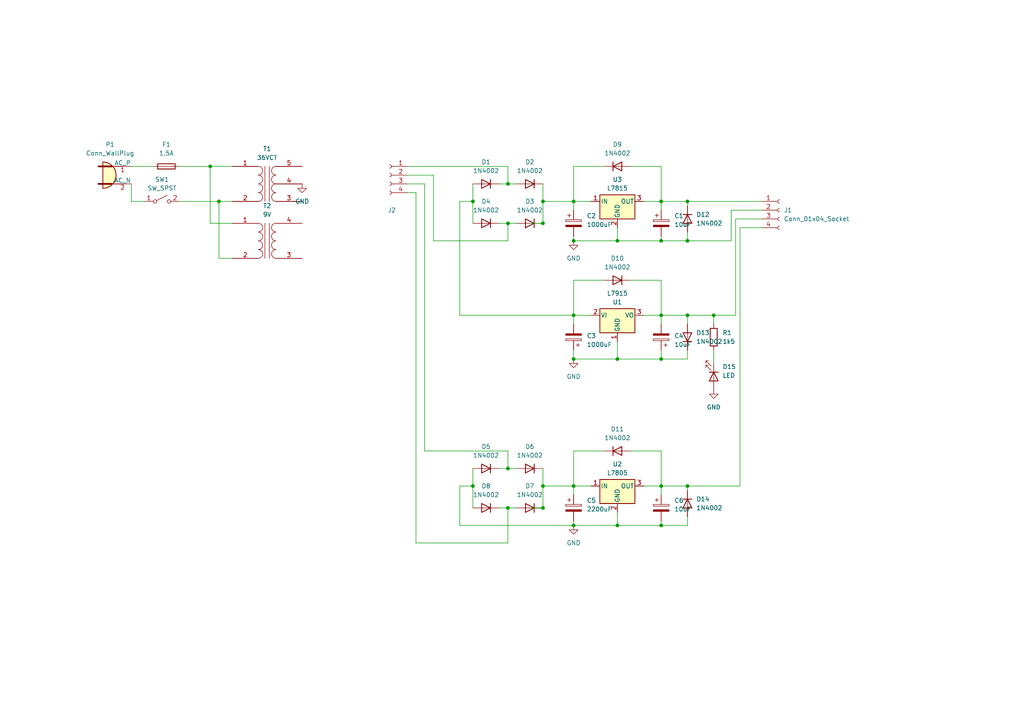
<source format=kicad_sch>
(kicad_sch (version 20231120) (generator "eeschema") (generator_version "8.0")
  (paper "A4")
  (lib_symbols
    (symbol "Connector:Conn_01x04_Socket" (pin_names (offset 1.016) hide)
      (property "Reference" "J" (at 0 5.08 0))
      (property "Value" "Conn_01x04_Socket" (at 0 -7.62 0))
      (symbol "Conn_01x04_Socket_1_1"
        (arc (start 0 -4.572) (mid -0.5058 -5.08) (end 0 -5.588) (stroke (width 0.1524)))
        (arc (start 0 -2.032) (mid -0.5058 -2.54) (end 0 -3.048) (stroke (width 0.1524)))
        (polyline (pts (xy -1.27 -5.08) (xy -0.508 -5.08)) (stroke (width 0.1524)))
        (polyline (pts (xy -1.27 -2.54) (xy -0.508 -2.54)) (stroke (width 0.1524)))
        (polyline (pts (xy -1.27 0) (xy -0.508 0)) (stroke (width 0.1524)))
        (polyline (pts (xy -1.27 2.54) (xy -0.508 2.54)) (stroke (width 0.1524)))
        (arc (start 0 0.508) (mid -0.5058 0) (end 0 -0.508) (stroke (width 0.1524)))
        (arc (start 0 3.048) (mid -0.5058 2.54) (end 0 2.032) (stroke (width 0.1524)))
        (pin passive line (at -5.08 2.54 0) (length 3.81) (name "Pin_1") (number "1"))
        (pin passive line (at -5.08 0 0) (length 3.81) (name "Pin_2") (number "2"))
        (pin passive line (at -5.08 -2.54 0) (length 3.81) (name "Pin_3") (number "3"))
        (pin passive line (at -5.08 -5.08 0) (length 3.81) (name "Pin_4") (number "4"))
      )
    )
    (symbol "Connector:Conn_WallPlug" (pin_names (offset 0))
      (property "Reference" "P" (at -1.27 4.445 0))
      (property "Value" "Conn_WallPlug" (at -5.715 0 90))
      (symbol "Conn_WallPlug_0_1"
        (arc (start -3.175 -3.81) (mid 0.6184 0) (end -3.175 3.81) (stroke (width 0.254)) (fill (type background)))
        (polyline (pts (xy -4.445 -2.54) (xy -0.635 -2.54)) (stroke (width 0.508)))
        (polyline (pts (xy -4.445 2.54) (xy -0.635 2.54)) (stroke (width 0.508)))
        (polyline (pts (xy -3.175 -3.81) (xy -3.175 3.81)) (stroke (width 0.254)))
        (polyline (pts (xy -0.635 -2.54) (xy 2.54 -2.54)))
        (polyline (pts (xy -0.635 2.54) (xy 2.54 2.54)))
      )
      (symbol "Conn_WallPlug_1_1"
        (pin power_out line (at 5.08 2.54 180) (length 5.08) (name "AC_P") (number "1"))
        (pin power_out line (at 5.08 -2.54 180) (length 5.08) (name "AC_N") (number "2"))
      )
    )
    (symbol "Device:C_Polarized" (pin_numbers hide) (pin_names (offset 0.254))
      (property "Reference" "C" (at 0.635 2.54 0))
      (property "Value" "C_Polarized" (at 0.635 -2.54 0))
      (symbol "C_Polarized_0_1"
        (rectangle (start -2.286 0.508) (end 2.286 1.016))
        (polyline (pts (xy -1.778 2.286) (xy -0.762 2.286)))
        (polyline (pts (xy -1.27 2.794) (xy -1.27 1.778)))
        (rectangle (start 2.286 -0.508) (end -2.286 -1.016) (fill (type outline)))
      )
      (symbol "C_Polarized_1_1"
        (pin passive line (at 0 3.81 270) (length 2.794) (name "~") (number "1"))
        (pin passive line (at 0 -3.81 90) (length 2.794) (name "~") (number "2"))
      )
    )
    (symbol "Device:Fuse" (pin_numbers hide) (pin_names (offset 0))
      (property "Reference" "F" (at 2.032 0 90))
      (property "Value" "Fuse" (at -1.905 0 90))
      (symbol "Fuse_0_1"
        (rectangle (start -0.762 -2.54) (end 0.762 2.54) (stroke (width 0.254)))
        (polyline (pts (xy 0 2.54) (xy 0 -2.54)))
      )
      (symbol "Fuse_1_1"
        (pin passive line (at 0 3.81 270) (length 1.27) (name "~") (number "1"))
        (pin passive line (at 0 -3.81 90) (length 1.27) (name "~") (number "2"))
      )
    )
    (symbol "Device:LED" (pin_numbers hide) (pin_names (offset 1.016) hide)
      (property "Reference" "D" (at 0 2.54 0))
      (property "Value" "LED" (at 0 -2.54 0))
      (symbol "LED_0_1"
        (polyline (pts (xy -1.27 -1.27) (xy -1.27 1.27)) (stroke (width 0.254)))
        (polyline (pts (xy -1.27 0) (xy 1.27 0)))
        (polyline (pts (xy 1.27 -1.27) (xy 1.27 1.27) (xy -1.27 0) (xy 1.27 -1.27)) (stroke (width 0.254)))
        (polyline (pts (xy -3.048 -0.762) (xy -4.572 -2.286) (xy -3.81 -2.286) (xy -4.572 -2.286) (xy -4.572 -1.524)))
        (polyline (pts (xy -1.778 -0.762) (xy -3.302 -2.286) (xy -2.54 -2.286) (xy -3.302 -2.286) (xy -3.302 -1.524)))
      )
      (symbol "LED_1_1"
        (pin passive line (at -3.81 0 0) (length 2.54) (name "K") (number "1"))
        (pin passive line (at 3.81 0 180) (length 2.54) (name "A") (number "2"))
      )
    )
    (symbol "Device:R" (pin_numbers hide) (pin_names (offset 0))
      (property "Reference" "R" (at 2.032 0 90))
      (property "Value" "R" (at 0 0 90))
      (symbol "R_0_1"
        (rectangle (start -1.016 -2.54) (end 1.016 2.54) (stroke (width 0.254)))
      )
      (symbol "R_1_1"
        (pin passive line (at 0 3.81 270) (length 1.27) (name "~") (number "1"))
        (pin passive line (at 0 -3.81 90) (length 1.27) (name "~") (number "2"))
      )
    )
    (symbol "Device:Transformer_1P_1S" (pin_names (offset 1.016) hide)
      (property "Reference" "T" (at 0 6.35 0))
      (property "Value" "Transformer_1P_1S" (at 0 -7.62 0))
      (symbol "Transformer_1P_1S_0_1"
        (arc (start -2.54 -5.0546) (mid -1.6599 -4.6901) (end -1.27 -3.81))
        (arc (start -2.54 -2.5146) (mid -1.6599 -2.1501) (end -1.27 -1.27))
        (arc (start -2.54 0.0254) (mid -1.6599 0.3899) (end -1.27 1.27))
        (arc (start -2.54 2.5654) (mid -1.6599 2.9299) (end -1.27 3.81))
        (arc (start -1.27 -3.81) (mid -1.642 -2.912) (end -2.54 -2.54))
        (arc (start -1.27 -1.27) (mid -1.642 -0.372) (end -2.54 0))
        (arc (start -1.27 1.27) (mid -1.642 2.168) (end -2.54 2.54))
        (arc (start -1.27 3.81) (mid -1.642 4.708) (end -2.54 5.08))
        (polyline (pts (xy -0.635 5.08) (xy -0.635 -5.08)))
        (polyline (pts (xy 0.635 -5.08) (xy 0.635 5.08)))
        (arc (start 1.2954 -1.27) (mid 1.6599 -2.1501) (end 2.54 -2.5146))
        (arc (start 1.2954 1.27) (mid 1.6599 0.3899) (end 2.54 0.0254))
        (arc (start 1.2954 3.81) (mid 1.6599 2.9299) (end 2.54 2.5654))
        (arc (start 1.3208 -3.81) (mid 1.6853 -4.6901) (end 2.5654 -5.0546))
        (arc (start 2.54 0) (mid 1.642 -0.372) (end 1.2954 -1.27))
        (arc (start 2.54 2.54) (mid 1.642 2.168) (end 1.2954 1.27))
        (arc (start 2.54 5.08) (mid 1.642 4.708) (end 1.2954 3.81))
        (arc (start 2.5654 -2.54) (mid 1.6674 -2.912) (end 1.3208 -3.81))
      )
      (symbol "Transformer_1P_1S_1_1"
        (pin passive line (at -10.16 5.08 0) (length 7.62) (name "AA") (number "1"))
        (pin passive line (at -10.16 -5.08 0) (length 7.62) (name "AB") (number "2"))
        (pin passive line (at 10.16 -5.08 180) (length 7.62) (name "SA") (number "3"))
        (pin passive line (at 10.16 5.08 180) (length 7.62) (name "SB") (number "4"))
      )
    )
    (symbol "Device:Transformer_1P_SS" (pin_names (offset 1.016) hide)
      (property "Reference" "T" (at 0 6.35 0))
      (property "Value" "Transformer_1P_SS" (at 0 -7.62 0))
      (symbol "Transformer_1P_SS_0_1"
        (arc (start -2.54 -5.0546) (mid -1.6599 -4.6901) (end -1.27 -3.81))
        (arc (start -2.54 -2.5146) (mid -1.6599 -2.1501) (end -1.27 -1.27))
        (arc (start -2.54 0.0254) (mid -1.6599 0.3899) (end -1.27 1.27))
        (arc (start -2.54 2.5654) (mid -1.6599 2.9299) (end -1.27 3.81))
        (arc (start -1.27 -3.81) (mid -1.642 -2.912) (end -2.54 -2.54))
        (arc (start -1.27 -1.27) (mid -1.642 -0.372) (end -2.54 0))
        (arc (start -1.27 1.27) (mid -1.642 2.168) (end -2.54 2.54))
        (arc (start -1.27 3.81) (mid -1.642 4.708) (end -2.54 5.08))
        (polyline (pts (xy -0.635 5.08) (xy -0.635 -5.08)))
        (polyline (pts (xy 0.635 -5.08) (xy 0.635 5.08)))
        (arc (start 1.2954 -1.27) (mid 1.6599 -2.1501) (end 2.54 -2.5146))
        (arc (start 1.2954 1.27) (mid 1.6599 0.3899) (end 2.54 0.0254))
        (arc (start 1.2954 3.81) (mid 1.6599 2.9299) (end 2.54 2.5654))
        (arc (start 1.3208 -3.81) (mid 1.6853 -4.6901) (end 2.5654 -5.0546))
        (arc (start 2.54 0) (mid 1.642 -0.372) (end 1.2954 -1.27))
        (arc (start 2.54 2.54) (mid 1.642 2.168) (end 1.2954 1.27))
        (arc (start 2.54 5.08) (mid 1.642 4.708) (end 1.2954 3.81))
        (arc (start 2.5654 -2.54) (mid 1.6674 -2.912) (end 1.3208 -3.81))
      )
      (symbol "Transformer_1P_SS_1_1"
        (pin passive line (at -10.16 5.08 0) (length 7.62) (name "AA") (number "1"))
        (pin passive line (at -10.16 -5.08 0) (length 7.62) (name "AB") (number "2"))
        (pin passive line (at 10.16 -5.08 180) (length 7.62) (name "SA") (number "3"))
        (pin passive line (at 10.16 0 180) (length 7.62) (name "SC") (number "4"))
        (pin passive line (at 10.16 5.08 180) (length 7.62) (name "SB") (number "5"))
      )
    )
    (symbol "Diode:1N4002" (pin_numbers hide) (pin_names hide)
      (property "Reference" "D" (at 0 2.54 0))
      (property "Value" "1N4002" (at 0 -2.54 0))
      (symbol "1N4002_0_1"
        (polyline (pts (xy -1.27 1.27) (xy -1.27 -1.27)) (stroke (width 0.254)))
        (polyline (pts (xy 1.27 0) (xy -1.27 0)))
        (polyline (pts (xy 1.27 1.27) (xy 1.27 -1.27) (xy -1.27 0) (xy 1.27 1.27)) (stroke (width 0.254)))
      )
      (symbol "1N4002_1_1"
        (pin passive line (at -3.81 0 0) (length 2.54) (name "K") (number "1"))
        (pin passive line (at 3.81 0 180) (length 2.54) (name "A") (number "2"))
      )
    )
    (symbol "Regulator_Linear:L7805" (pin_names (offset 0.254))
      (property "Reference" "U" (at -3.81 3.175 0))
      (property "Value" "L7805" (at 0 3.175 0))
      (symbol "L7805_0_1"
        (rectangle (start -5.08 1.905) (end 5.08 -5.08) (stroke (width 0.254)) (fill (type background)))
      )
      (symbol "L7805_1_1"
        (pin power_in line (at -7.62 0 0) (length 2.54) (name "IN") (number "1"))
        (pin power_in line (at 0 -7.62 90) (length 2.54) (name "GND") (number "2"))
        (pin power_out line (at 7.62 0 180) (length 2.54) (name "OUT") (number "3"))
      )
    )
    (symbol "Regulator_Linear:L7815" (pin_names (offset 0.254))
      (property "Reference" "U" (at -3.81 3.175 0))
      (property "Value" "L7815" (at 0 3.175 0))
      (symbol "L7815_0_1"
        (rectangle (start -5.08 1.905) (end 5.08 -5.08) (stroke (width 0.254)) (fill (type background)))
      )
      (symbol "L7815_1_1"
        (pin power_in line (at -7.62 0 0) (length 2.54) (name "IN") (number "1"))
        (pin power_in line (at 0 -7.62 90) (length 2.54) (name "GND") (number "2"))
        (pin power_out line (at 7.62 0 180) (length 2.54) (name "OUT") (number "3"))
      )
    )
    (symbol "Regulator_Linear:L7915" (pin_names (offset 0.254))
      (property "Reference" "U" (at -3.81 -3.175 0))
      (property "Value" "L7915" (at 0 -3.175 0))
      (symbol "L7915_0_1"
        (rectangle (start -5.08 5.08) (end 5.08 -1.905) (stroke (width 0.254)) (fill (type background)))
      )
      (symbol "L7915_1_1"
        (pin power_in line (at 0 7.62 270) (length 2.54) (name "GND") (number "1"))
        (pin power_in line (at -7.62 0 0) (length 2.54) (name "VI") (number "2"))
        (pin power_out line (at 7.62 0 180) (length 2.54) (name "VO") (number "3"))
      )
    )
    (symbol "Switch:SW_SPST" (pin_names (offset 0) hide)
      (property "Reference" "SW" (at 0 3.175 0))
      (property "Value" "SW_SPST" (at 0 -2.54 0))
      (symbol "SW_SPST_0_0"
        (circle (center -2.032 0) (radius 0.508))
        (polyline (pts (xy -1.524 0.254) (xy 1.524 1.778)))
        (circle (center 2.032 0) (radius 0.508))
      )
      (symbol "SW_SPST_1_1"
        (pin passive line (at -5.08 0 0) (length 2.54) (name "A") (number "1"))
        (pin passive line (at 5.08 0 180) (length 2.54) (name "B") (number "2"))
      )
    )
    (symbol "power:GND" (power) (pin_numbers hide) (pin_names (offset 0) hide)
      (property "Value" "GND" (at 0 -3.81 0))
      (symbol "GND_0_1"
        (polyline (pts (xy 0 0) (xy 0 -1.27) (xy 1.27 -1.27) (xy 0 -2.54) (xy -1.27 -1.27) (xy 0 -1.27)))
      )
      (symbol "GND_1_1"
        (pin power_in line (at 0 0 270) (length 0) (name "~") (number "1"))
      )
    )
  )
  (junction (at 63.5 58.42))
  (junction (at 191.77 152.4))
  (junction (at 199.39 58.42))
  (junction (at 166.37 58.42))
  (junction (at 157.48 147.32))
  (junction (at 191.77 91.44))
  (junction (at 179.07 104.14))
  (junction (at 191.77 58.42))
  (junction (at 147.32 64.77))
  (junction (at 166.37 152.4))
  (junction (at 191.77 69.85))
  (junction (at 166.37 91.44))
  (junction (at 207.01 91.44))
  (junction (at 147.32 135.89))
  (junction (at 147.32 53.34))
  (junction (at 166.37 140.97))
  (junction (at 157.48 140.97))
  (junction (at 179.07 152.4))
  (junction (at 179.07 69.85))
  (junction (at 199.39 69.85))
  (junction (at 191.77 140.97))
  (junction (at 166.37 104.14))
  (junction (at 166.37 69.85))
  (junction (at 147.32 147.32))
  (junction (at 199.39 91.44))
  (junction (at 199.39 140.97))
  (junction (at 137.16 140.97))
  (junction (at 157.48 64.77))
  (junction (at 191.77 104.14))
  (junction (at 157.48 58.42))
  (junction (at 137.16 58.42))
  (junction (at 60.96 48.26))
  (wire (pts (xy 166.37 140.97) (xy 171.45 140.97)))
  (wire (pts (xy 166.37 101.6) (xy 166.37 104.14)))
  (wire (pts (xy 157.48 58.42) (xy 157.48 64.77)))
  (wire (pts (xy 199.39 101.6) (xy 199.39 104.14)))
  (wire (pts (xy 166.37 130.81) (xy 175.26 130.81)))
  (wire (pts (xy 63.5 58.42) (xy 63.5 74.93)))
  (wire (pts (xy 120.65 157.48) (xy 147.32 157.48)))
  (wire (pts (xy 191.77 152.4) (xy 199.39 152.4)))
  (wire (pts (xy 166.37 69.85) (xy 179.07 69.85)))
  (wire (pts (xy 137.16 58.42) (xy 137.16 64.77)))
  (wire (pts (xy 133.35 140.97) (xy 133.35 152.4)))
  (wire (pts (xy 166.37 104.14) (xy 179.07 104.14)))
  (wire (pts (xy 166.37 140.97) (xy 166.37 143.51)))
  (wire (pts (xy 212.09 60.96) (xy 212.09 69.85)))
  (wire (pts (xy 191.77 101.6) (xy 191.77 104.14)))
  (wire (pts (xy 147.32 147.32) (xy 147.32 157.48)))
  (wire (pts (xy 38.1 53.34) (xy 38.1 58.42)))
  (wire (pts (xy 118.11 48.26) (xy 147.32 48.26)))
  (wire (pts (xy 133.35 58.42) (xy 137.16 58.42)))
  (wire (pts (xy 166.37 151.13) (xy 166.37 152.4)))
  (wire (pts (xy 207.01 91.44) (xy 213.36 91.44)))
  (wire (pts (xy 137.16 53.34) (xy 137.16 58.42)))
  (wire (pts (xy 157.48 58.42) (xy 166.37 58.42)))
  (wire (pts (xy 60.96 64.77) (xy 67.31 64.77)))
  (wire (pts (xy 199.39 69.85) (xy 212.09 69.85)))
  (wire (pts (xy 123.19 130.81) (xy 147.32 130.81)))
  (wire (pts (xy 133.35 152.4) (xy 166.37 152.4)))
  (wire (pts (xy 191.77 104.14) (xy 199.39 104.14)))
  (wire (pts (xy 147.32 64.77) (xy 147.32 69.85)))
  (wire (pts (xy 166.37 81.28) (xy 166.37 91.44)))
  (wire (pts (xy 118.11 55.88) (xy 120.65 55.88)))
  (wire (pts (xy 38.1 58.42) (xy 41.91 58.42)))
  (wire (pts (xy 191.77 140.97) (xy 199.39 140.97)))
  (wire (pts (xy 60.96 48.26) (xy 67.31 48.26)))
  (wire (pts (xy 186.69 140.97) (xy 191.77 140.97)))
  (wire (pts (xy 213.36 63.5) (xy 213.36 91.44)))
  (wire (pts (xy 166.37 81.28) (xy 175.26 81.28)))
  (wire (pts (xy 60.96 48.26) (xy 60.96 64.77)))
  (wire (pts (xy 191.77 58.42) (xy 191.77 60.96)))
  (wire (pts (xy 214.63 66.04) (xy 220.98 66.04)))
  (wire (pts (xy 199.39 140.97) (xy 214.63 140.97)))
  (wire (pts (xy 147.32 64.77) (xy 149.86 64.77)))
  (wire (pts (xy 199.39 67.31) (xy 199.39 69.85)))
  (wire (pts (xy 166.37 68.58) (xy 166.37 69.85)))
  (wire (pts (xy 125.73 69.85) (xy 147.32 69.85)))
  (wire (pts (xy 63.5 58.42) (xy 67.31 58.42)))
  (wire (pts (xy 166.37 152.4) (xy 179.07 152.4)))
  (wire (pts (xy 199.39 91.44) (xy 199.39 93.98)))
  (wire (pts (xy 179.07 148.59) (xy 179.07 152.4)))
  (wire (pts (xy 166.37 48.26) (xy 166.37 58.42)))
  (wire (pts (xy 207.01 101.6) (xy 207.01 105.41)))
  (wire (pts (xy 191.77 91.44) (xy 199.39 91.44)))
  (wire (pts (xy 147.32 48.26) (xy 147.32 53.34)))
  (wire (pts (xy 133.35 91.44) (xy 166.37 91.44)))
  (wire (pts (xy 147.32 130.81) (xy 147.32 135.89)))
  (wire (pts (xy 157.48 135.89) (xy 157.48 140.97)))
  (wire (pts (xy 191.77 151.13) (xy 191.77 152.4)))
  (wire (pts (xy 199.39 58.42) (xy 199.39 59.69)))
  (wire (pts (xy 212.09 60.96) (xy 220.98 60.96)))
  (wire (pts (xy 125.73 50.8) (xy 125.73 69.85)))
  (wire (pts (xy 157.48 140.97) (xy 157.48 147.32)))
  (wire (pts (xy 120.65 55.88) (xy 120.65 157.48)))
  (wire (pts (xy 186.69 58.42) (xy 191.77 58.42)))
  (wire (pts (xy 166.37 58.42) (xy 171.45 58.42)))
  (wire (pts (xy 191.77 130.81) (xy 191.77 140.97)))
  (wire (pts (xy 144.78 64.77) (xy 147.32 64.77)))
  (wire (pts (xy 207.01 91.44) (xy 207.01 93.98)))
  (wire (pts (xy 199.39 91.44) (xy 207.01 91.44)))
  (wire (pts (xy 166.37 48.26) (xy 175.26 48.26)))
  (wire (pts (xy 213.36 63.5) (xy 220.98 63.5)))
  (wire (pts (xy 191.77 69.85) (xy 199.39 69.85)))
  (wire (pts (xy 182.88 81.28) (xy 191.77 81.28)))
  (wire (pts (xy 133.35 140.97) (xy 137.16 140.97)))
  (wire (pts (xy 179.07 66.04) (xy 179.07 69.85)))
  (wire (pts (xy 191.77 48.26) (xy 191.77 58.42)))
  (wire (pts (xy 147.32 53.34) (xy 149.86 53.34)))
  (wire (pts (xy 157.48 53.34) (xy 157.48 58.42)))
  (wire (pts (xy 186.69 91.44) (xy 191.77 91.44)))
  (wire (pts (xy 153.67 147.32) (xy 157.48 147.32)))
  (wire (pts (xy 144.78 135.89) (xy 147.32 135.89)))
  (wire (pts (xy 144.78 53.34) (xy 147.32 53.34)))
  (wire (pts (xy 179.07 104.14) (xy 191.77 104.14)))
  (wire (pts (xy 137.16 140.97) (xy 137.16 147.32)))
  (wire (pts (xy 63.5 74.93) (xy 67.31 74.93)))
  (wire (pts (xy 179.07 69.85) (xy 191.77 69.85)))
  (wire (pts (xy 157.48 140.97) (xy 166.37 140.97)))
  (wire (pts (xy 153.67 64.77) (xy 157.48 64.77)))
  (wire (pts (xy 52.07 58.42) (xy 63.5 58.42)))
  (wire (pts (xy 199.39 149.86) (xy 199.39 152.4)))
  (wire (pts (xy 38.1 48.26) (xy 44.45 48.26)))
  (wire (pts (xy 191.77 68.58) (xy 191.77 69.85)))
  (wire (pts (xy 133.35 58.42) (xy 133.35 91.44)))
  (wire (pts (xy 147.32 135.89) (xy 149.86 135.89)))
  (wire (pts (xy 191.77 58.42) (xy 199.39 58.42)))
  (wire (pts (xy 199.39 58.42) (xy 220.98 58.42)))
  (wire (pts (xy 179.07 99.06) (xy 179.07 104.14)))
  (wire (pts (xy 123.19 53.34) (xy 123.19 130.81)))
  (wire (pts (xy 118.11 50.8) (xy 125.73 50.8)))
  (wire (pts (xy 166.37 58.42) (xy 166.37 60.96)))
  (wire (pts (xy 144.78 147.32) (xy 147.32 147.32)))
  (wire (pts (xy 166.37 130.81) (xy 166.37 140.97)))
  (wire (pts (xy 191.77 140.97) (xy 191.77 143.51)))
  (wire (pts (xy 182.88 48.26) (xy 191.77 48.26)))
  (wire (pts (xy 179.07 152.4) (xy 191.77 152.4)))
  (wire (pts (xy 118.11 53.34) (xy 123.19 53.34)))
  (wire (pts (xy 191.77 91.44) (xy 191.77 93.98)))
  (wire (pts (xy 199.39 140.97) (xy 199.39 142.24)))
  (wire (pts (xy 191.77 81.28) (xy 191.77 91.44)))
  (wire (pts (xy 182.88 130.81) (xy 191.77 130.81)))
  (wire (pts (xy 52.07 48.26) (xy 60.96 48.26)))
  (wire (pts (xy 166.37 91.44) (xy 166.37 93.98)))
  (wire (pts (xy 137.16 135.89) (xy 137.16 140.97)))
  (wire (pts (xy 147.32 147.32) (xy 149.86 147.32)))
  (wire (pts (xy 166.37 91.44) (xy 171.45 91.44)))
  (wire (pts (xy 214.63 66.04) (xy 214.63 140.97)))
  (symbol (lib_id "Diode:1N4002") (at 153.67 135.89 180) (unit 1)
    (property "Reference" "D6" (at 153.67 129.54 0))
    (property "Value" "1N4002" (at 153.67 132.08 0))
    (property "Footprint" "Diode_THT:D_DO-41_SOD81_P10.16mm_Horizontal" (effects (hide yes)))
    (property "Datasheet" "http://www.vishay.com/docs/88503/1n4001.pdf" (effects (hide yes)))
    (property "Description" "100V 1A General Purpose Rectifier Diode, DO-41" (effects (hide yes)))
    (property "Sim.Device" "D" (effects (hide yes)))
    (property "Sim.Pins" "1=K 2=A" (effects (hide yes)))
  )
  (symbol (lib_id "Device:C_Polarized") (at 166.37 97.79 180) (unit 1)
    (property "Reference" "C3" (at 170.18 97.4089 0) (effects (justify right)))
    (property "Value" "1000uF" (at 170.18 99.9489 0) (effects (justify right)))
    (property "Footprint" "Capacitor_THT:CP_Radial_D18.0mm_P7.50mm" (effects (hide yes)))
    (property "Description" "Polarized capacitor" (effects (hide yes)))
  )
  (symbol (lib_id "power:GND") (at 166.37 152.4 0) (unit 1)
    (property "Reference" "#PWR06" (effects (hide yes)))
    (property "Value" "GND" (at 166.37 157.48 0))
    (property "Description" "Power symbol creates a global label with name \"GND\" , ground" (effects (hide yes)))
  )
  (symbol (lib_id "power:GND") (at 207.01 113.03 0) (unit 1)
    (property "Reference" "#PWR04" (effects (hide yes)))
    (property "Value" "GND" (at 207.01 118.11 0))
    (property "Description" "Power symbol creates a global label with name \"GND\" , ground" (effects (hide yes)))
  )
  (symbol (lib_id "power:GND") (at 166.37 69.85 0) (unit 1)
    (property "Reference" "#PWR02" (effects (hide yes)))
    (property "Value" "GND" (at 166.37 74.93 0))
    (property "Description" "Power symbol creates a global label with name \"GND\" , ground" (effects (hide yes)))
  )
  (symbol (lib_id "Connector:Conn_01x04_Socket") (at 226.06 60.96 0) (unit 1)
    (property "Reference" "J1" (at 227.33 60.9599 0) (effects (justify left)))
    (property "Value" "Conn_01x04_Socket" (at 227.33 63.4999 0) (effects (justify left)))
    (property "Footprint" "Connector_PinHeader_2.54mm:PinHeader_1x04_P2.54mm_Vertical" (effects (hide yes)))
    (property "Description" "Generic connector, single row, 01x04, script generated" (effects (hide yes)))
  )
  (symbol (lib_id "Regulator_Linear:L7915") (at 179.07 91.44 0) (mirror x) (unit 1)
    (property "Reference" "U1" (at 179.07 87.63 0))
    (property "Value" "L7915" (at 179.07 85.09 0))
    (property "Footprint" "Library:L7915CV TO255P1040X460X1935-3" (effects (hide yes)))
    (property "Datasheet" "http://www.st.com/content/ccc/resource/technical/document/datasheet/c9/16/86/41/c7/2b/45/f2/CD00000450.pdf/files/CD00000450.pdf/jcr:content/translations/en.CD00000450.pdf" (effects (hide yes)))
    (property "Description" "Negative 1.5A 35V Linear Regulator, Fixed Output -15V, TO-220/TO-263" (effects (hide yes)))
  )
  (symbol (lib_id "Device:Fuse") (at 48.26 48.26 90) (unit 1)
    (property "Reference" "F1" (at 48.26 41.91 90))
    (property "Value" "1.5A" (at 48.26 44.45 90))
    (property "Description" "Fuse" (effects (hide yes)))
  )
  (symbol (lib_id "Diode:1N4002") (at 153.67 64.77 180) (unit 1)
    (property "Reference" "D3" (at 153.67 58.42 0))
    (property "Value" "1N4002" (at 153.67 60.96 0))
    (property "Footprint" "Diode_THT:D_DO-41_SOD81_P10.16mm_Horizontal" (effects (hide yes)))
    (property "Datasheet" "http://www.vishay.com/docs/88503/1n4001.pdf" (effects (hide yes)))
    (property "Description" "100V 1A General Purpose Rectifier Diode, DO-41" (effects (hide yes)))
    (property "Sim.Device" "D" (effects (hide yes)))
    (property "Sim.Pins" "1=K 2=A" (effects (hide yes)))
  )
  (symbol (lib_id "Diode:1N4002") (at 140.97 135.89 180) (unit 1)
    (property "Reference" "D5" (at 140.97 129.54 0))
    (property "Value" "1N4002" (at 140.97 132.08 0))
    (property "Footprint" "Diode_THT:D_DO-41_SOD81_P10.16mm_Horizontal" (effects (hide yes)))
    (property "Datasheet" "http://www.vishay.com/docs/88503/1n4001.pdf" (effects (hide yes)))
    (property "Description" "100V 1A General Purpose Rectifier Diode, DO-41" (effects (hide yes)))
    (property "Sim.Device" "D" (effects (hide yes)))
    (property "Sim.Pins" "1=K 2=A" (effects (hide yes)))
  )
  (symbol (lib_id "Diode:1N4002") (at 179.07 48.26 0) (unit 1)
    (property "Reference" "D9" (at 179.07 41.91 0))
    (property "Value" "1N4002" (at 179.07 44.45 0))
    (property "Footprint" "Diode_THT:D_DO-41_SOD81_P10.16mm_Horizontal" (effects (hide yes)))
    (property "Datasheet" "http://www.vishay.com/docs/88503/1n4001.pdf" (effects (hide yes)))
    (property "Description" "100V 1A General Purpose Rectifier Diode, DO-41" (effects (hide yes)))
    (property "Sim.Device" "D" (effects (hide yes)))
    (property "Sim.Pins" "1=K 2=A" (effects (hide yes)))
  )
  (symbol (lib_id "Device:Transformer_1P_SS") (at 77.47 53.34 0) (unit 1)
    (property "Reference" "T1" (at 77.4827 43.18 0))
    (property "Value" "36VCT" (at 77.4827 45.72 0))
    (property "Description" "Transformer, single primary, split secondary" (effects (hide yes)))
  )
  (symbol (lib_id "Device:LED") (at 207.01 109.22 270) (unit 1)
    (property "Reference" "D15" (at 209.55 106.3624 90) (effects (justify left)))
    (property "Value" "LED" (at 209.55 108.9024 90) (effects (justify left)))
    (property "Footprint" "LED_THT:LED_D5.0mm" (effects (hide yes)))
    (property "Description" "Light emitting diode" (effects (hide yes)))
  )
  (symbol (lib_id "Device:C_Polarized") (at 191.77 147.32 0) (unit 1)
    (property "Reference" "C6" (at 195.58 145.1609 0) (effects (justify left)))
    (property "Value" "10uF" (at 195.58 147.7009 0) (effects (justify left)))
    (property "Footprint" "Capacitor_THT:CP_Radial_D18.0mm_P7.50mm" (effects (hide yes)))
    (property "Description" "Polarized capacitor" (effects (hide yes)))
  )
  (symbol (lib_id "Diode:1N4002") (at 199.39 63.5 270) (unit 1)
    (property "Reference" "D12" (at 201.93 62.2299 90) (effects (justify left)))
    (property "Value" "1N4002" (at 201.93 64.7699 90) (effects (justify left)))
    (property "Footprint" "Diode_THT:D_DO-41_SOD81_P10.16mm_Horizontal" (effects (hide yes)))
    (property "Datasheet" "http://www.vishay.com/docs/88503/1n4001.pdf" (effects (hide yes)))
    (property "Description" "100V 1A General Purpose Rectifier Diode, DO-41" (effects (hide yes)))
    (property "Sim.Device" "D" (effects (hide yes)))
    (property "Sim.Pins" "1=K 2=A" (effects (hide yes)))
  )
  (symbol (lib_id "Diode:1N4002") (at 153.67 147.32 180) (unit 1)
    (property "Reference" "D7" (at 153.67 140.97 0))
    (property "Value" "1N4002" (at 153.67 143.51 0))
    (property "Footprint" "Diode_THT:D_DO-41_SOD81_P10.16mm_Horizontal" (effects (hide yes)))
    (property "Datasheet" "http://www.vishay.com/docs/88503/1n4001.pdf" (effects (hide yes)))
    (property "Description" "100V 1A General Purpose Rectifier Diode, DO-41" (effects (hide yes)))
    (property "Sim.Device" "D" (effects (hide yes)))
    (property "Sim.Pins" "1=K 2=A" (effects (hide yes)))
  )
  (symbol (lib_id "Connector:Conn_WallPlug") (at 33.02 50.8 0) (unit 1)
    (property "Reference" "P1" (at 31.9405 41.91 0))
    (property "Value" "Conn_WallPlug" (at 31.9405 44.45 0))
    (property "Description" "3-pin general wall plug, no Earth wire (110VAC, 220VAC)" (effects (hide yes)))
  )
  (symbol (lib_id "Diode:1N4002") (at 140.97 147.32 180) (unit 1)
    (property "Reference" "D8" (at 140.97 140.97 0))
    (property "Value" "1N4002" (at 140.97 143.51 0))
    (property "Footprint" "Diode_THT:D_DO-41_SOD81_P10.16mm_Horizontal" (effects (hide yes)))
    (property "Datasheet" "http://www.vishay.com/docs/88503/1n4001.pdf" (effects (hide yes)))
    (property "Description" "100V 1A General Purpose Rectifier Diode, DO-41" (effects (hide yes)))
    (property "Sim.Device" "D" (effects (hide yes)))
    (property "Sim.Pins" "1=K 2=A" (effects (hide yes)))
  )
  (symbol (lib_id "Diode:1N4002") (at 179.07 81.28 180) (unit 1)
    (property "Reference" "D10" (at 179.07 74.93 0))
    (property "Value" "1N4002" (at 179.07 77.47 0))
    (property "Footprint" "Diode_THT:D_DO-41_SOD81_P10.16mm_Horizontal" (effects (hide yes)))
    (property "Datasheet" "http://www.vishay.com/docs/88503/1n4001.pdf" (effects (hide yes)))
    (property "Description" "100V 1A General Purpose Rectifier Diode, DO-41" (effects (hide yes)))
    (property "Sim.Device" "D" (effects (hide yes)))
    (property "Sim.Pins" "1=K 2=A" (effects (hide yes)))
  )
  (symbol (lib_id "Device:C_Polarized") (at 191.77 97.79 180) (unit 1)
    (property "Reference" "C4" (at 195.58 97.4089 0) (effects (justify right)))
    (property "Value" "10uF" (at 195.58 99.9489 0) (effects (justify right)))
    (property "Footprint" "Capacitor_THT:CP_Radial_D18.0mm_P7.50mm" (effects (hide yes)))
    (property "Description" "Polarized capacitor" (effects (hide yes)))
  )
  (symbol (lib_id "power:GND") (at 87.63 53.34 0) (unit 1)
    (property "Reference" "#PWR01" (effects (hide yes)))
    (property "Value" "GND" (at 87.63 58.42 0))
    (property "Description" "Power symbol creates a global label with name \"GND\" , ground" (effects (hide yes)))
  )
  (symbol (lib_id "Diode:1N4002") (at 140.97 53.34 180) (unit 1)
    (property "Reference" "D1" (at 140.97 46.99 0))
    (property "Value" "1N4002" (at 140.97 49.53 0))
    (property "Footprint" "Diode_THT:D_DO-41_SOD81_P10.16mm_Horizontal" (effects (hide yes)))
    (property "Datasheet" "http://www.vishay.com/docs/88503/1n4001.pdf" (effects (hide yes)))
    (property "Description" "100V 1A General Purpose Rectifier Diode, DO-41" (effects (hide yes)))
    (property "Sim.Device" "D" (effects (hide yes)))
    (property "Sim.Pins" "1=K 2=A" (effects (hide yes)))
  )
  (symbol (lib_id "Connector:Conn_01x04_Socket") (at 113.03 50.8 0) (mirror y) (unit 1)
    (property "Reference" "J2" (at 113.665 60.96 0))
    (property "Value" "Conn_01x04_Socket" (effects (hide yes)))
    (property "Footprint" "Connector_PinHeader_2.54mm:PinHeader_1x04_P2.54mm_Vertical" (effects (hide yes)))
    (property "Description" "Generic connector, single row, 01x04, script generated" (effects (hide yes)))
  )
  (symbol (lib_id "Device:C_Polarized") (at 191.77 64.77 0) (unit 1)
    (property "Reference" "C1" (at 195.58 62.6109 0) (effects (justify left)))
    (property "Value" "10uF" (at 195.58 65.1509 0) (effects (justify left)))
    (property "Footprint" "Capacitor_THT:CP_Radial_D18.0mm_P7.50mm" (effects (hide yes)))
    (property "Datasheet" "/Users/jhelmers/Downloads/EEUED2G100B/EEUED2G100B.lib" (effects (hide yes)))
    (property "Description" "Polarized capacitor" (effects (hide yes)))
  )
  (symbol (lib_id "Device:C_Polarized") (at 166.37 64.77 0) (unit 1)
    (property "Reference" "C2" (at 170.18 62.6109 0) (effects (justify left)))
    (property "Value" "1000uF" (at 170.18 65.1509 0) (effects (justify left)))
    (property "Footprint" "Capacitor_THT:CP_Radial_D18.0mm_P7.50mm" (effects (hide yes)))
    (property "Description" "Polarized capacitor" (effects (hide yes)))
  )
  (symbol (lib_id "Diode:1N4002") (at 179.07 130.81 0) (unit 1)
    (property "Reference" "D11" (at 179.07 124.46 0))
    (property "Value" "1N4002" (at 179.07 127 0))
    (property "Footprint" "Diode_THT:D_DO-41_SOD81_P10.16mm_Horizontal" (effects (hide yes)))
    (property "Datasheet" "http://www.vishay.com/docs/88503/1n4001.pdf" (effects (hide yes)))
    (property "Description" "100V 1A General Purpose Rectifier Diode, DO-41" (effects (hide yes)))
    (property "Sim.Device" "D" (effects (hide yes)))
    (property "Sim.Pins" "1=K 2=A" (effects (hide yes)))
  )
  (symbol (lib_id "power:GND") (at 166.37 104.14 0) (unit 1)
    (property "Reference" "#PWR03" (effects (hide yes)))
    (property "Value" "GND" (at 166.37 109.22 0))
    (property "Description" "Power symbol creates a global label with name \"GND\" , ground" (effects (hide yes)))
  )
  (symbol (lib_id "Regulator_Linear:L7815") (at 179.07 58.42 0) (unit 1)
    (property "Reference" "U3" (at 179.07 52.07 0))
    (property "Value" "L7815" (at 179.07 54.61 0))
    (property "Footprint" "Library:L7815CV TO254P450X1020X1935-3P" (effects (hide yes)))
    (property "Datasheet" "http://www.st.com/content/ccc/resource/technical/document/datasheet/41/4f/b3/b0/12/d4/47/88/CD00000444.pdf/files/CD00000444.pdf/jcr:content/translations/en.CD00000444.pdf" (effects (hide yes)))
    (property "Description" "Positive 1.5A 35V Linear Regulator, Fixed Output 15V, TO-220/TO-263/TO-252" (effects (hide yes)))
  )
  (symbol (lib_id "Diode:1N4002") (at 199.39 97.79 90) (unit 1)
    (property "Reference" "D13" (at 201.93 96.5199 90) (effects (justify right)))
    (property "Value" "1N4002" (at 201.93 99.0599 90) (effects (justify right)))
    (property "Footprint" "Diode_THT:D_DO-41_SOD81_P10.16mm_Horizontal" (effects (hide yes)))
    (property "Datasheet" "http://www.vishay.com/docs/88503/1n4001.pdf" (effects (hide yes)))
    (property "Description" "100V 1A General Purpose Rectifier Diode, DO-41" (effects (hide yes)))
    (property "Sim.Device" "D" (effects (hide yes)))
    (property "Sim.Pins" "1=K 2=A" (effects (hide yes)))
  )
  (symbol (lib_id "Device:Transformer_1P_1S") (at 77.47 69.85 0) (unit 1)
    (property "Reference" "T2" (at 77.4827 59.69 0))
    (property "Value" "9V" (at 77.4827 62.23 0))
    (property "Description" "Transformer, single primary, single secondary" (effects (hide yes)))
  )
  (symbol (lib_id "Regulator_Linear:L7805") (at 179.07 140.97 0) (unit 1)
    (property "Reference" "U2" (at 179.07 134.62 0))
    (property "Value" "L7805" (at 179.07 137.16 0))
    (property "Footprint" "Library:L7805 TO255P1020X450X2000-3" (effects (hide yes)))
    (property "Datasheet" "http://www.st.com/content/ccc/resource/technical/document/datasheet/41/4f/b3/b0/12/d4/47/88/CD00000444.pdf/files/CD00000444.pdf/jcr:content/translations/en.CD00000444.pdf" (effects (hide yes)))
    (property "Description" "Positive 1.5A 35V Linear Regulator, Fixed Output 5V, TO-220/TO-263/TO-252" (effects (hide yes)))
  )
  (symbol (lib_id "Device:C_Polarized") (at 166.37 147.32 0) (unit 1)
    (property "Reference" "C5" (at 170.18 145.1609 0) (effects (justify left)))
    (property "Value" "2200uF" (at 170.18 147.7009 0) (effects (justify left)))
    (property "Footprint" "Capacitor_THT:CP_Radial_D18.0mm_P7.50mm" (effects (hide yes)))
    (property "Description" "Polarized capacitor" (effects (hide yes)))
  )
  (symbol (lib_id "Device:R") (at 207.01 97.79 0) (unit 1)
    (property "Reference" "R1" (at 209.55 96.5199 0) (effects (justify left)))
    (property "Value" "1k5" (at 209.55 99.0599 0) (effects (justify left)))
    (property "Footprint" "Resistor_THT:R_Axial_DIN0614_L14.3mm_D5.7mm_P15.24mm_Horizontal" (effects (hide yes)))
    (property "Description" "Resistor" (effects (hide yes)))
  )
  (symbol (lib_id "Diode:1N4002") (at 153.67 53.34 180) (unit 1)
    (property "Reference" "D2" (at 153.67 46.99 0))
    (property "Value" "1N4002" (at 153.67 49.53 0))
    (property "Footprint" "Diode_THT:D_DO-41_SOD81_P10.16mm_Horizontal" (effects (hide yes)))
    (property "Datasheet" "http://www.vishay.com/docs/88503/1n4001.pdf" (effects (hide yes)))
    (property "Description" "100V 1A General Purpose Rectifier Diode, DO-41" (effects (hide yes)))
    (property "Sim.Device" "D" (effects (hide yes)))
    (property "Sim.Pins" "1=K 2=A" (effects (hide yes)))
  )
  (symbol (lib_id "Diode:1N4002") (at 199.39 146.05 270) (unit 1)
    (property "Reference" "D14" (at 201.93 144.7799 90) (effects (justify left)))
    (property "Value" "1N4002" (at 201.93 147.3199 90) (effects (justify left)))
    (property "Footprint" "Diode_THT:D_DO-41_SOD81_P10.16mm_Horizontal" (effects (hide yes)))
    (property "Datasheet" "http://www.vishay.com/docs/88503/1n4001.pdf" (effects (hide yes)))
    (property "Description" "100V 1A General Purpose Rectifier Diode, DO-41" (effects (hide yes)))
    (property "Sim.Device" "D" (effects (hide yes)))
    (property "Sim.Pins" "1=K 2=A" (effects (hide yes)))
  )
  (symbol (lib_id "Switch:SW_SPST") (at 46.99 58.42 0) (unit 1)
    (property "Reference" "SW1" (at 46.99 52.07 0))
    (property "Value" "SW_SPST" (at 46.99 54.61 0))
    (property "Description" "Single Pole Single Throw (SPST) switch" (effects (hide yes)))
  )
  (symbol (lib_id "Diode:1N4002") (at 140.97 64.77 180) (unit 1)
    (property "Reference" "D4" (at 140.97 58.42 0))
    (property "Value" "1N4002" (at 140.97 60.96 0))
    (property "Footprint" "Diode_THT:D_DO-41_SOD81_P10.16mm_Horizontal" (effects (hide yes)))
    (property "Datasheet" "http://www.vishay.com/docs/88503/1n4001.pdf" (effects (hide yes)))
    (property "Description" "100V 1A General Purpose Rectifier Diode, DO-41" (effects (hide yes)))
    (property "Sim.Device" "D" (effects (hide yes)))
    (property "Sim.Pins" "1=K 2=A" (effects (hide yes)))
  )
)
</source>
